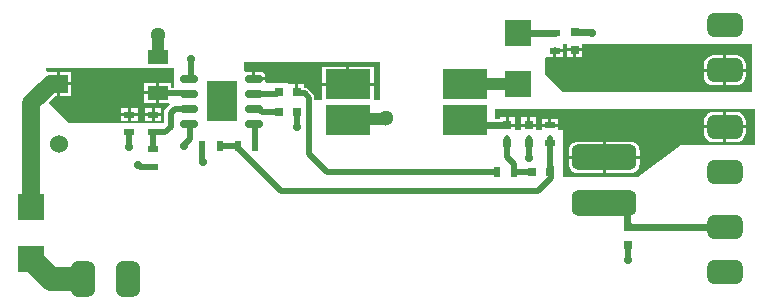
<source format=gtl>
G04*
G04 #@! TF.GenerationSoftware,Altium Limited,Altium Designer,22.10.1 (41)*
G04*
G04 Layer_Physical_Order=1*
G04 Layer_Color=255*
%FSLAX25Y25*%
%MOIN*%
G70*
G04*
G04 #@! TF.SameCoordinates,A819E35F-8E34-478A-8755-6B039836A8A6*
G04*
G04*
G04 #@! TF.FilePolarity,Positive*
G04*
G01*
G75*
%ADD16R,0.15158X0.09843*%
%ADD17R,0.03543X0.02362*%
%ADD18R,0.03150X0.03150*%
G04:AMPARAMS|DCode=19|XSize=216.54mil|YSize=84.65mil|CornerRadius=21.16mil|HoleSize=0mil|Usage=FLASHONLY|Rotation=180.000|XOffset=0mil|YOffset=0mil|HoleType=Round|Shape=RoundedRectangle|*
%AMROUNDEDRECTD19*
21,1,0.21654,0.04232,0,0,180.0*
21,1,0.17421,0.08465,0,0,180.0*
1,1,0.04232,-0.08711,0.02116*
1,1,0.04232,0.08711,0.02116*
1,1,0.04232,0.08711,-0.02116*
1,1,0.04232,-0.08711,-0.02116*
%
%ADD19ROUNDEDRECTD19*%
%ADD20R,0.08661X0.08661*%
%ADD21R,0.09843X0.13780*%
G04:AMPARAMS|DCode=22|XSize=25.59mil|YSize=57.09mil|CornerRadius=6.4mil|HoleSize=0mil|Usage=FLASHONLY|Rotation=90.000|XOffset=0mil|YOffset=0mil|HoleType=Round|Shape=RoundedRectangle|*
%AMROUNDEDRECTD22*
21,1,0.02559,0.04429,0,0,90.0*
21,1,0.01280,0.05709,0,0,90.0*
1,1,0.01280,0.02215,0.00640*
1,1,0.01280,0.02215,-0.00640*
1,1,0.01280,-0.02215,-0.00640*
1,1,0.01280,-0.02215,0.00640*
%
%ADD22ROUNDEDRECTD22*%
%ADD23R,0.02362X0.03543*%
%ADD24R,0.07087X0.04528*%
%ADD25R,0.03150X0.03150*%
%ADD42C,0.01968*%
%ADD43C,0.02362*%
%ADD44C,0.03937*%
%ADD45C,0.07874*%
%ADD46C,0.05906*%
%ADD47C,0.06000*%
%ADD48R,0.06000X0.06000*%
G04:AMPARAMS|DCode=49|XSize=78.74mil|YSize=118.11mil|CornerRadius=19.68mil|HoleSize=0mil|Usage=FLASHONLY|Rotation=90.000|XOffset=0mil|YOffset=0mil|HoleType=Round|Shape=RoundedRectangle|*
%AMROUNDEDRECTD49*
21,1,0.07874,0.07874,0,0,90.0*
21,1,0.03937,0.11811,0,0,90.0*
1,1,0.03937,0.03937,0.01968*
1,1,0.03937,0.03937,-0.01968*
1,1,0.03937,-0.03937,-0.01968*
1,1,0.03937,-0.03937,0.01968*
%
%ADD49ROUNDEDRECTD49*%
G04:AMPARAMS|DCode=50|XSize=78.74mil|YSize=118.11mil|CornerRadius=19.68mil|HoleSize=0mil|Usage=FLASHONLY|Rotation=0.000|XOffset=0mil|YOffset=0mil|HoleType=Round|Shape=RoundedRectangle|*
%AMROUNDEDRECTD50*
21,1,0.07874,0.07874,0,0,0.0*
21,1,0.03937,0.11811,0,0,0.0*
1,1,0.03937,0.01968,-0.03937*
1,1,0.03937,-0.01968,-0.03937*
1,1,0.03937,-0.01968,0.03937*
1,1,0.03937,0.01968,0.03937*
%
%ADD50ROUNDEDRECTD50*%
%ADD51C,0.02756*%
%ADD52C,0.05118*%
G36*
X63386Y80025D02*
X62417D01*
Y81610D01*
X58374D01*
Y78347D01*
Y75083D01*
X61777D01*
X61984Y74583D01*
X59842Y72441D01*
Y68110D01*
X28346Y68110D01*
X21368Y75088D01*
X23697Y77417D01*
X24303D01*
Y81417D01*
Y85417D01*
X20803D01*
X20472Y85780D01*
Y86614D01*
X63386D01*
Y80025D01*
D02*
G37*
G36*
X131890Y75787D02*
X129839D01*
Y80602D01*
X112681D01*
Y75787D01*
X110074D01*
Y76681D01*
X109937Y77372D01*
X109545Y77958D01*
X108077Y79427D01*
X107491Y79818D01*
X106799Y79956D01*
X106709D01*
Y81315D01*
X104634D01*
Y78740D01*
X103634D01*
Y81315D01*
X101559D01*
X101378Y81693D01*
X94098D01*
X93697Y82193D01*
X93749Y82451D01*
Y82591D01*
X89862D01*
Y83091D01*
X89362D01*
Y85402D01*
X87648D01*
X87114Y85296D01*
X86614Y85567D01*
Y88583D01*
X131890D01*
Y75787D01*
D02*
G37*
G36*
X256890Y61024D02*
X232283D01*
X217848Y50197D01*
X192913D01*
Y65945D01*
X191354D01*
Y67020D01*
X188583D01*
X185811D01*
Y65945D01*
X184071D01*
Y67020D01*
X181496D01*
X178921D01*
Y65945D01*
X176984D01*
Y67020D01*
X174409D01*
Y67520D01*
X173909D01*
Y70095D01*
X171835D01*
Y69527D01*
X170276D01*
Y72835D01*
X256890D01*
Y61024D01*
D02*
G37*
G36*
X255906Y78740D02*
X192913D01*
X187008Y84646D01*
Y89847D01*
X187386Y90142D01*
X189657D01*
Y92323D01*
X190157D01*
Y92823D01*
X192929D01*
Y94488D01*
X194276D01*
Y93217D01*
X196850D01*
X199425D01*
Y94488D01*
X255906D01*
Y78740D01*
D02*
G37*
%LPC*%
G36*
X25303Y85417D02*
Y81917D01*
X28803D01*
Y85417D01*
X25303D01*
D02*
G37*
G36*
X57374Y81610D02*
X53331D01*
Y78847D01*
X57374D01*
Y81610D01*
D02*
G37*
G36*
X28803Y80917D02*
X25303D01*
Y77417D01*
X28803D01*
Y80917D01*
D02*
G37*
G36*
X57374Y77846D02*
X53331D01*
Y75083D01*
X57374D01*
Y77846D01*
D02*
G37*
G36*
X59071Y73244D02*
X56799D01*
Y71563D01*
X59071D01*
Y73244D01*
D02*
G37*
G36*
X51197D02*
X48925D01*
Y71563D01*
X51197D01*
Y73244D01*
D02*
G37*
G36*
X47925D02*
X45654D01*
Y71563D01*
X47925D01*
Y73244D01*
D02*
G37*
G36*
X55799D02*
X53528D01*
Y71563D01*
X55799D01*
Y73244D01*
D02*
G37*
G36*
X59071Y70563D02*
X56799D01*
Y68882D01*
X59071D01*
Y70563D01*
D02*
G37*
G36*
X55799D02*
X53528D01*
Y68882D01*
X55799D01*
Y70563D01*
D02*
G37*
G36*
X51197D02*
X48925D01*
Y68882D01*
X51197D01*
Y70563D01*
D02*
G37*
G36*
X47925D02*
X45654D01*
Y68882D01*
X47925D01*
Y70563D01*
D02*
G37*
G36*
X92077Y85402D02*
X90362D01*
Y83591D01*
X93749D01*
Y83730D01*
X93621Y84370D01*
X93259Y84913D01*
X92717Y85275D01*
X92077Y85402D01*
D02*
G37*
G36*
X129839Y87024D02*
X121760D01*
Y81602D01*
X129839D01*
Y87024D01*
D02*
G37*
G36*
X120760D02*
X112681D01*
Y81602D01*
X120760D01*
Y87024D01*
D02*
G37*
G36*
X176984Y70095D02*
X174909D01*
Y68020D01*
X176984D01*
Y70095D01*
D02*
G37*
G36*
X184071D02*
X181996D01*
Y68020D01*
X184071D01*
Y70095D01*
D02*
G37*
G36*
X180996D02*
X178921D01*
Y68020D01*
X180996D01*
Y70095D01*
D02*
G37*
G36*
X191354Y69701D02*
X189083D01*
Y68020D01*
X191354D01*
Y69701D01*
D02*
G37*
G36*
X188083D02*
X185811D01*
Y68020D01*
X188083D01*
Y69701D01*
D02*
G37*
G36*
X250787Y71912D02*
X247350D01*
Y67449D01*
X253782D01*
Y68917D01*
X253679Y69692D01*
X253380Y70414D01*
X252905Y71034D01*
X252285Y71510D01*
X251562Y71809D01*
X250787Y71912D01*
D02*
G37*
G36*
X246350D02*
X242913D01*
X242138Y71809D01*
X241416Y71510D01*
X240796Y71034D01*
X240320Y70414D01*
X240021Y69692D01*
X239919Y68917D01*
Y67449D01*
X246350D01*
Y71912D01*
D02*
G37*
G36*
X253782Y66449D02*
X247350D01*
Y61986D01*
X250787D01*
X251562Y62088D01*
X252285Y62387D01*
X252905Y62863D01*
X253380Y63483D01*
X253679Y64205D01*
X253782Y64980D01*
Y66449D01*
D02*
G37*
G36*
X246350D02*
X239919D01*
Y64980D01*
X240021Y64205D01*
X240320Y63483D01*
X240796Y62863D01*
X241416Y62387D01*
X242138Y62088D01*
X242913Y61986D01*
X246350D01*
Y66449D01*
D02*
G37*
G36*
X215404Y62050D02*
X207193D01*
Y57291D01*
X218547D01*
Y58908D01*
X218440Y59721D01*
X218126Y60479D01*
X217626Y61130D01*
X216975Y61629D01*
X216217Y61943D01*
X215404Y62050D01*
D02*
G37*
G36*
X206193D02*
X197982D01*
X197169Y61943D01*
X196411Y61629D01*
X195760Y61130D01*
X195260Y60479D01*
X194946Y59721D01*
X194839Y58908D01*
Y57291D01*
X206193D01*
Y62050D01*
D02*
G37*
G36*
X218547Y56291D02*
X207193D01*
Y51532D01*
X215404D01*
X216217Y51639D01*
X216975Y51953D01*
X217626Y52453D01*
X218126Y53104D01*
X218440Y53862D01*
X218547Y54675D01*
Y56291D01*
D02*
G37*
G36*
X206193D02*
X194839D01*
Y54675D01*
X194946Y53862D01*
X195260Y53104D01*
X195760Y52453D01*
X196411Y51953D01*
X197169Y51639D01*
X197982Y51532D01*
X206193D01*
Y56291D01*
D02*
G37*
G36*
X199425Y92216D02*
X197350D01*
Y90142D01*
X199425D01*
Y92216D01*
D02*
G37*
G36*
X196350D02*
X194276D01*
Y90142D01*
X196350D01*
Y92216D01*
D02*
G37*
G36*
X192929Y91823D02*
X190657D01*
Y90142D01*
X192929D01*
Y91823D01*
D02*
G37*
G36*
X250787Y90789D02*
X247350D01*
Y86327D01*
X253782D01*
Y87795D01*
X253679Y88570D01*
X253380Y89292D01*
X252905Y89912D01*
X252285Y90388D01*
X251562Y90687D01*
X250787Y90789D01*
D02*
G37*
G36*
X246350D02*
X242913D01*
X242138Y90687D01*
X241416Y90388D01*
X240796Y89912D01*
X240320Y89292D01*
X240021Y88570D01*
X239919Y87795D01*
Y86327D01*
X246350D01*
Y90789D01*
D02*
G37*
G36*
X253782Y85327D02*
X247350D01*
Y80864D01*
X250787D01*
X251562Y80966D01*
X252285Y81265D01*
X252905Y81741D01*
X253380Y82361D01*
X253679Y83083D01*
X253782Y83858D01*
Y85327D01*
D02*
G37*
G36*
X246350D02*
X239919D01*
Y83858D01*
X240021Y83083D01*
X240320Y82361D01*
X240796Y81741D01*
X241416Y81265D01*
X242138Y80966D01*
X242913Y80864D01*
X246350D01*
Y85327D01*
D02*
G37*
%LPD*%
D16*
X160433Y81102D02*
D03*
Y69291D02*
D03*
X121260D02*
D03*
Y81102D02*
D03*
D17*
X188583Y61614D02*
D03*
Y67520D02*
D03*
X190157Y98228D02*
D03*
Y92323D02*
D03*
X56299Y59646D02*
D03*
Y53740D02*
D03*
Y71063D02*
D03*
Y65158D02*
D03*
X48425Y71063D02*
D03*
Y65158D02*
D03*
D18*
X181496Y67520D02*
D03*
Y61614D02*
D03*
X174409Y67520D02*
D03*
Y61614D02*
D03*
X214567Y27559D02*
D03*
Y33465D02*
D03*
X196850Y92716D02*
D03*
Y98622D02*
D03*
D19*
X206693Y41634D02*
D03*
Y56791D02*
D03*
D20*
X177953Y81102D02*
D03*
Y98425D02*
D03*
X15748Y40157D02*
D03*
Y22835D02*
D03*
D21*
X79134Y75590D02*
D03*
D22*
X89862Y68090D02*
D03*
Y73090D02*
D03*
Y78091D02*
D03*
Y83091D02*
D03*
X68405Y68090D02*
D03*
Y73090D02*
D03*
Y78091D02*
D03*
Y83091D02*
D03*
D23*
X84449Y60630D02*
D03*
X90354D02*
D03*
X170866Y51968D02*
D03*
X176772D02*
D03*
X78543Y60630D02*
D03*
X72638D02*
D03*
D24*
X57874Y90158D02*
D03*
Y78347D02*
D03*
D25*
X98228Y78740D02*
D03*
X104134D02*
D03*
Y72047D02*
D03*
X98228D02*
D03*
X182677Y51968D02*
D03*
X188583D02*
D03*
D42*
X181496Y56693D02*
Y63189D01*
X176575Y52165D02*
X176772Y51968D01*
X174409Y56890D02*
Y63189D01*
X176575Y52165D02*
Y54724D01*
X174409Y56890D02*
X176575Y54724D01*
X72736Y55216D02*
Y60532D01*
Y55216D02*
X72835Y55118D01*
X72638Y60630D02*
X72736Y60532D01*
X51181Y54134D02*
X51394D01*
X51788Y53740D02*
X56299D01*
X51394Y54134D02*
X51788Y53740D01*
X104232Y67027D02*
Y71949D01*
Y67027D02*
X104331Y66929D01*
X104134Y72047D02*
X104232Y71949D01*
X108268Y58071D02*
Y76681D01*
X106799Y78150D02*
X108268Y76681D01*
X104134Y78740D02*
X104724Y78150D01*
X106799D01*
X108268Y58071D02*
X114370Y51968D01*
X170866D01*
X214567Y22638D02*
Y27559D01*
X68405Y83091D02*
X68602D01*
X68898Y83386D01*
Y89567D01*
X188681Y53642D02*
Y63090D01*
X188583Y63189D02*
X188681Y63090D01*
X188779Y49803D02*
Y53543D01*
X188681Y53642D02*
X188779Y53543D01*
X184646Y45669D02*
X188779Y49803D01*
X176772Y51968D02*
X182677D01*
X98819Y45669D02*
X184646D01*
X84449Y60039D02*
X98819Y45669D01*
X190157Y92323D02*
X190354Y92520D01*
X196653D02*
X196850Y92716D01*
X84449Y60039D02*
Y60630D01*
X92480Y72047D02*
X98228D01*
X91437Y73090D02*
X92480Y72047D01*
X89862Y73090D02*
X91437D01*
X177953Y98425D02*
X178150Y98228D01*
X78543Y60630D02*
X84449D01*
X68405Y68090D02*
X68504Y67992D01*
X66535Y60843D02*
X68504Y62811D01*
X66535Y60630D02*
Y60843D01*
X68504Y62811D02*
Y67992D01*
X57874Y78347D02*
X58002Y78219D01*
X97579Y78091D02*
X98228Y78740D01*
X89862Y78091D02*
X97579D01*
X90059Y68090D02*
X90354Y67795D01*
X89862Y68090D02*
X90059D01*
X90354Y60630D02*
Y67795D01*
X62205Y71653D02*
X63642Y73090D01*
X68405D01*
X62205Y66929D02*
Y71653D01*
X56299Y65158D02*
X60433D01*
X62205Y66929D01*
X56299Y59646D02*
Y65158D01*
X48425Y60236D02*
Y65158D01*
X58002Y78219D02*
X68278D01*
X68405Y78091D01*
D43*
X162205Y67520D02*
X174409D01*
X160433Y69291D02*
X162205Y67520D01*
X214577Y33474D02*
X246841D01*
X246850Y33484D01*
X214567Y33465D02*
X214577Y33474D01*
X214395Y33637D02*
Y38654D01*
X206693Y41634D02*
X211415D01*
X214395Y38654D01*
Y33637D02*
X214567Y33465D01*
X202452Y98622D02*
X202649Y98425D01*
X202756D01*
X196850Y98622D02*
X202452D01*
X178150Y98228D02*
X190157D01*
D44*
X133632Y69656D02*
X133858Y69882D01*
X121624Y69656D02*
X133632D01*
X121260Y69291D02*
X121624Y69656D01*
X57874Y90158D02*
X57973Y90256D01*
Y97342D01*
X58071Y97441D01*
X160433Y81102D02*
X177953D01*
D45*
X22335Y16248D02*
X32854D01*
X15748Y22835D02*
X22335Y16248D01*
D46*
X22315Y81370D02*
X24756D01*
X15748Y40157D02*
Y74803D01*
X22315Y81370D01*
X24756D02*
X24803Y81417D01*
D47*
Y61417D02*
D03*
D48*
Y81417D02*
D03*
D49*
X246850Y100827D02*
D03*
Y85827D02*
D03*
Y18484D02*
D03*
Y33484D02*
D03*
Y51949D02*
D03*
Y66949D02*
D03*
D50*
X47854Y16248D02*
D03*
X32854D02*
D03*
D51*
X181496Y56693D02*
D03*
X72835Y55118D02*
D03*
X51181Y54134D02*
D03*
X104331Y66929D02*
D03*
X214567Y22638D02*
D03*
X202756Y98425D02*
D03*
X76772Y79724D02*
D03*
Y71850D02*
D03*
X81693D02*
D03*
Y79724D02*
D03*
X79134Y75590D02*
D03*
X68898Y89567D02*
D03*
X66535Y60630D02*
D03*
X48425Y60236D02*
D03*
D52*
X133858Y69882D02*
D03*
X58071Y97441D02*
D03*
M02*

</source>
